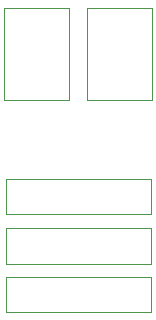
<source format=gbr>
%TF.GenerationSoftware,KiCad,Pcbnew,7.0.7*%
%TF.CreationDate,2023-11-29T15:56:53-06:00*%
%TF.ProjectId,MDCM,4d44434d-2e6b-4696-9361-645f70636258,rev?*%
%TF.SameCoordinates,Original*%
%TF.FileFunction,Other,User*%
%FSLAX46Y46*%
G04 Gerber Fmt 4.6, Leading zero omitted, Abs format (unit mm)*
G04 Created by KiCad (PCBNEW 7.0.7) date 2023-11-29 15:56:53*
%MOMM*%
%LPD*%
G01*
G04 APERTURE LIST*
%ADD10C,0.050000*%
G04 APERTURE END LIST*
D10*
%TO.C,R3*%
X153970000Y-101640000D02*
X141710000Y-101640000D01*
X153970000Y-98640000D02*
X153970000Y-101640000D01*
X141710000Y-101640000D02*
X141710000Y-98640000D01*
X141710000Y-98640000D02*
X153970000Y-98640000D01*
%TO.C,R1*%
X153990000Y-93350000D02*
X141730000Y-93350000D01*
X153990000Y-90350000D02*
X153990000Y-93350000D01*
X141730000Y-93350000D02*
X141730000Y-90350000D01*
X141730000Y-90350000D02*
X153990000Y-90350000D01*
%TO.C,U1*%
X147050000Y-75875000D02*
X147050000Y-83685000D01*
X141550000Y-75875000D02*
X147050000Y-75875000D01*
X141550000Y-75875000D02*
X141550000Y-83685000D01*
X141550000Y-83685000D02*
X147050000Y-83685000D01*
%TO.C,U2*%
X154100000Y-75875000D02*
X154100000Y-83685000D01*
X148600000Y-75875000D02*
X154100000Y-75875000D01*
X148600000Y-75875000D02*
X148600000Y-83685000D01*
X148600000Y-83685000D02*
X154100000Y-83685000D01*
%TO.C,R2*%
X153980000Y-97530000D02*
X141720000Y-97530000D01*
X153980000Y-94530000D02*
X153980000Y-97530000D01*
X141720000Y-97530000D02*
X141720000Y-94530000D01*
X141720000Y-94530000D02*
X153980000Y-94530000D01*
%TD*%
M02*

</source>
